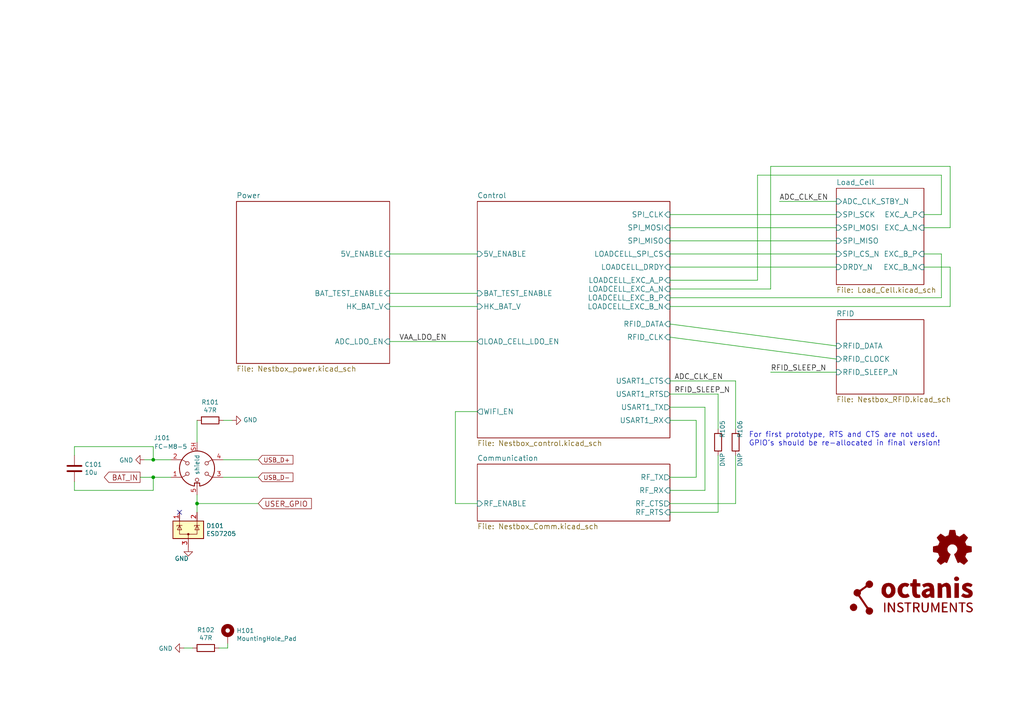
<source format=kicad_sch>
(kicad_sch (version 20211123) (generator eeschema)
  (paper "A4")
  (title_block (title "NB2-MAIN") (date "2022-12-22") (rev "3.3") (company "Octanis Instruments GmbH") (comment 2 "- reduced mechanical hole size of M8 connectors") (comment 3 "Change Log to Rev3.2:"))
  (lib_symbols
    (symbol "Device:R" (pin_numbers hide) (pin_names (offset 0))
      (property "Reference" "R" (at 2.032 0 90))
      (property "Value" "Device_R" (at 0 0 90))
      (symbol "R_0_1"
        (rectangle (start -1.016 -2.54) (end 1.016 2.54) (stroke (width 0.254)))
      )
      (symbol "R_1_1"
        (pin passive line (at 0 3.81 270) (length 1.27) (name "~") (number "1"))
        (pin passive line (at 0 -3.81 90) (length 1.27) (name "~") (number "2"))
      )
    )
    (symbol "Graphic:Logo_Open_Hardware_Small" (pin_names (offset 1.016))
      (symbol "Logo_Open_Hardware_Small_0_1"
        (polyline (pts (xy 3.3528 -4.3434) (xy 3.302 -4.318) (xy 3.175 -4.2418) (xy 2.9972 -4.1148) (xy 2.7686 -3.9624) (xy 2.54 -3.81) (xy 2.3622 -3.7084) (xy 2.2352 -3.6068) (xy 2.1844 -3.5814) (xy 2.159 -3.6068) (xy 2.0574 -3.6576) (xy 1.905 -3.7338) (xy 1.8034 -3.7846) (xy 1.6764 -3.8354) (xy 1.6002 -3.8354) (xy 1.6002 -3.8354) (xy 1.5494 -3.7338) (xy 1.4732 -3.5306) (xy 1.3462 -3.302) (xy 1.2446 -3.0226) (xy 1.1176 -2.7178) (xy 0.9652 -2.413) (xy 0.8636 -2.1082) (xy 0.7366 -1.8288) (xy 0.6604 -1.6256) (xy 0.6096 -1.4732) (xy 0.5842 -1.397) (xy 0.5842 -1.397) (xy 0.6604 -1.3208) (xy 0.7874 -1.2446) (xy 1.0414 -1.016) (xy 1.2954 -0.6858) (xy 1.4478 -0.3302) (xy 1.524 0.0762) (xy 1.4732 0.4572) (xy 1.3208 0.8128) (xy 1.0668 1.143) (xy 0.762 1.3716) (xy 0.4064 1.524) (xy 0 1.5748) (xy -0.381 1.5494) (xy -0.7366 1.397) (xy -1.0668 1.143) (xy -1.2192 0.9906) (xy -1.397 0.6604) (xy -1.524 0.3048) (xy -1.524 0.2286) (xy -1.4986 -0.1778) (xy -1.397 -0.5334) (xy -1.1938 -0.8636) (xy -0.9144 -1.143) (xy -0.8636 -1.1684) (xy -0.7366 -1.27) (xy -0.635 -1.3462) (xy -0.5842 -1.397) (xy -1.0668 -2.5908) (xy -1.143 -2.794) (xy -1.2954 -3.1242) (xy -1.397 -3.4036) (xy -1.4986 -3.6322) (xy -1.5748 -3.7846) (xy -1.6002 -3.8354) (xy -1.6002 -3.8354) (xy -1.651 -3.8354) (xy -1.7272 -3.81) (xy -1.905 -3.7338) (xy -2.0066 -3.683) (xy -2.1336 -3.6068) (xy -2.2098 -3.5814) (xy -2.2606 -3.6068) (xy -2.3622 -3.683) (xy -2.54 -3.81) (xy -2.7686 -3.9624) (xy -2.9718 -4.0894) (xy -3.1496 -4.2164) (xy -3.302 -4.318) (xy -3.3528 -4.3434) (xy -3.3782 -4.3434) (xy -3.429 -4.318) (xy -3.5306 -4.2164) (xy -3.7084 -4.064) (xy -3.937 -3.8354) (xy -3.9624 -3.81) (xy -4.1656 -3.6068) (xy -4.318 -3.4544) (xy -4.4196 -3.3274) (xy -4.445 -3.2766) (xy -4.445 -3.2766) (xy -4.4196 -3.2258) (xy -4.318 -3.0734) (xy -4.2164 -2.8956) (xy -4.064 -2.667) (xy -3.6576 -2.0828) (xy -3.8862 -1.5494) (xy -3.937 -1.3716) (xy -4.0386 -1.1684) (xy -4.0894 -1.0414) (xy -4.1148 -0.9652) (xy -4.191 -0.9398) (xy -4.318 -0.9144) (xy -4.5466 -0.8636) (xy -4.8006 -0.8128) (xy -5.0546 -0.7874) (xy -5.2578 -0.7366) (xy -5.4356 -0.7112) (xy -5.5118 -0.6858) (xy -5.5118 -0.6858) (xy -5.5372 -0.635) (xy -5.5372 -0.5588) (xy -5.5372 -0.4318) (xy -5.5626 -0.2286) (xy -5.5626 0.0762) (xy -5.5626 0.127) (xy -5.5372 0.4064) (xy -5.5372 0.635) (xy -5.5372 0.762) (xy -5.5372 0.8382) (xy -5.5372 0.8382) (xy -5.461 0.8382) (xy -5.3086 0.889) (xy -5.08 0.9144) (xy -4.826 0.9652) (xy -4.8006 0.9906) (xy -4.5466 1.0414) (xy -4.318 1.0668) (xy -4.1656 1.1176) (xy -4.0894 1.143) (xy -4.0894 1.143) (xy -4.0386 1.2446) (xy -3.9624 1.4224) (xy -3.8608 1.6256) (xy -3.7846 1.8288) (xy -3.7084 2.0066) (xy -3.6576 2.159) (xy -3.6322 2.2098) (xy -3.6322 2.2098) (xy -3.683 2.286) (xy -3.7592 2.413) (xy -3.8862 2.5908) (xy -4.064 2.8194) (xy -4.064 2.8448) (xy -4.2164 3.0734) (xy -4.3434 3.2512) (xy -4.4196 3.3782) (xy -4.445 3.4544) (xy -4.445 3.4544) (xy -4.3942 3.5052) (xy -4.2926 3.6322) (xy -4.1148 3.81) (xy -3.937 4.0132) (xy -3.8608 4.064) (xy -3.6576 4.2926) (xy -3.5052 4.4196) (xy -3.4036 4.4958) (xy -3.3528 4.5212) (xy -3.3528 4.5212) (xy -3.302 4.4704) (xy -3.1496 4.3688) (xy -2.9718 4.2418) (xy -2.7432 4.0894) (xy -2.7178 4.0894) (xy -2.4892 3.937) (xy -2.3114 3.81) (xy -2.1844 3.7084) (xy -2.1336 3.683) (xy -2.1082 3.683) (xy -2.032 3.7084) (xy -1.8542 3.7592) (xy -1.6764 3.8354) (xy -1.4732 3.937) (xy -1.27 4.0132) (xy -1.143 4.064) (xy -1.0668 4.1148) (xy -1.0668 4.1148) (xy -1.0414 4.191) (xy -1.016 4.3434) (xy -0.9652 4.572) (xy -0.9144 4.8514) (xy -0.889 4.9022) (xy -0.8382 5.1562) (xy -0.8128 5.3848) (xy -0.7874 5.5372) (xy -0.762 5.588) (xy -0.7112 5.6134) (xy -0.5842 5.6134) (xy -0.4064 5.6134) (xy -0.1524 5.6134) (xy 0.0762 5.6134) (xy 0.3302 5.6134) (xy 0.5334 5.6134) (xy 0.6858 5.588) (xy 0.7366 5.588) (xy 0.7366 5.588) (xy 0.762 5.5118) (xy 0.8128 5.334) (xy 0.8382 5.1054) (xy 0.9144 4.826) (xy 0.9144 4.7752) (xy 0.9652 4.5212) (xy 1.016 4.2926) (xy 1.0414 4.1402) (xy 1.0668 4.0894) (xy 1.0668 4.0894) (xy 1.1938 4.0386) (xy 1.3716 3.9624) (xy 1.5748 3.8608) (xy 2.0828 3.6576) (xy 2.7178 4.0894) (xy 2.7686 4.1402) (xy 2.9972 4.2926) (xy 3.175 4.4196) (xy 3.302 4.4958) (xy 3.3782 4.5212) (xy 3.3782 4.5212) (xy 3.429 4.4704) (xy 3.556 4.3434) (xy 3.7338 4.191) (xy 3.9116 3.9878) (xy 4.064 3.8354) (xy 4.2418 3.6576) (xy 4.3434 3.556) (xy 4.4196 3.4798) (xy 4.4196 3.429) (xy 4.4196 3.4036) (xy 4.3942 3.3274) (xy 4.2926 3.2004) (xy 4.1656 2.9972) (xy 4.0132 2.794) (xy 3.8862 2.5908) (xy 3.7592 2.3876) (xy 3.6576 2.2352) (xy 3.6322 2.159) (xy 3.6322 2.1336) (xy 3.683 2.0066) (xy 3.7592 1.8288) (xy 3.8608 1.6002) (xy 4.064 1.1176) (xy 4.3942 1.0414) (xy 4.5974 1.016) (xy 4.8768 0.9652) (xy 5.1308 0.9144) (xy 5.5372 0.8382) (xy 5.5626 -0.6604) (xy 5.4864 -0.6858) (xy 5.4356 -0.6858) (xy 5.2832 -0.7366) (xy 5.0546 -0.762) (xy 4.8006 -0.8128) (xy 4.5974 -0.8636) (xy 4.3688 -0.9144) (xy 4.2164 -0.9398) (xy 4.1402 -0.9398) (xy 4.1148 -0.9652) (xy 4.064 -1.0668) (xy 3.9878 -1.2446) (xy 3.9116 -1.4478) (xy 3.81 -1.651) (xy 3.7338 -1.8542) (xy 3.683 -2.0066) (xy 3.6576 -2.0828) (xy 3.683 -2.1336) (xy 3.7846 -2.2606) (xy 3.8862 -2.4638) (xy 4.0386 -2.667) (xy 4.191 -2.8956) (xy 4.318 -3.0734) (xy 4.3942 -3.2004) (xy 4.445 -3.2766) (xy 4.4196 -3.3274) (xy 4.3434 -3.429) (xy 4.1656 -3.5814) (xy 3.937 -3.8354) (xy 3.8862 -3.8608) (xy 3.683 -4.064) (xy 3.5306 -4.2164) (xy 3.4036 -4.318) (xy 3.3528 -4.3434)) (fill (type outline)))
      )
    )
    (symbol "Mechanical:MountingHole_Pad" (pin_numbers hide) (pin_names (offset 1.016) hide)
      (property "Reference" "H" (at 0 6.35 0))
      (property "Value" "Mechanical_MountingHole_Pad" (at 0 4.445 0))
      (symbol "MountingHole_Pad_0_1"
        (circle (center 0 1.27) (radius 1.27) (stroke (width 1.27)))
      )
      (symbol "MountingHole_Pad_1_1"
        (pin input line (at 0 -2.54 90) (length 2.54) (name "1") (number "1"))
      )
    )
    (symbol "Nestbox_v2-rescue:C-device" (pin_numbers hide) (pin_names (offset 0.254))
      (property "Reference" "C" (at 0.635 2.54 0))
      (property "Value" "C-device" (at 0.635 -2.54 0))
      (symbol "C-device_0_1"
        (polyline (pts (xy -2.032 -0.762) (xy 2.032 -0.762)) (stroke (width 0.508)))
        (polyline (pts (xy -2.032 0.762) (xy 2.032 0.762)) (stroke (width 0.508)))
      )
      (symbol "C-device_1_1"
        (pin passive line (at 0 3.81 270) (length 2.794) (name "~") (number "1"))
        (pin passive line (at 0 -3.81 90) (length 2.794) (name "~") (number "2"))
      )
    )
    (symbol "Octanis3:FC-M8-5" (pin_names (offset 1.016))
      (property "Reference" "J101" (at -10.16 8.89 0))
      (property "Value" "FC-M8-5" (at -7.62 6.35 0))
      (symbol "FC-M8-5_0_1"
        (arc (start -5.08 0) (mid -3.8597 -3.3379) (end -0.762 -5.08) (stroke (width 0.254)))
        (circle (center -2.794 -1.524) (radius 0.508))
        (circle (center -2.794 1.524) (radius 0.508))
        (circle (center 0 -3.302) (radius 0.508))
        (polyline (pts (xy 0 -5.08) (xy 0 -3.81)))
        (polyline (pts (xy -5.08 -2.54) (xy -4.318 -2.54) (xy -3.175 -1.905)))
        (polyline (pts (xy -5.08 2.54) (xy -4.318 2.54) (xy -3.175 1.905)))
        (polyline (pts (xy 5.08 -2.54) (xy 4.318 -2.54) (xy 3.175 -1.905)))
        (polyline (pts (xy 5.08 2.54) (xy 4.318 2.54) (xy 3.175 1.905)))
        (polyline (pts (xy -0.762 -4.953) (xy -0.762 -4.191) (xy 0.762 -4.191) (xy 0.762 -4.953)) (stroke (width 0.254)))
        (arc (start 0.762 -5.08) (mid 3.8673 -3.3444) (end 5.08 0) (stroke (width 0.254)))
        (circle (center 2.794 -1.524) (radius 0.508))
        (circle (center 2.794 1.524) (radius 0.508))
        (arc (start 5.08 0) (mid 0 5.08) (end -5.08 0) (stroke (width 0.254)))
      )
      (symbol "FC-M8-5_1_1"
        (pin passive line (at -7.62 -2.54 0) (length 2.54) (name "~") (number "1"))
        (pin passive line (at -7.62 2.54 0) (length 2.54) (name "~") (number "2"))
        (pin passive line (at 7.62 -2.54 180) (length 2.54) (name "~") (number "3"))
        (pin passive line (at 7.62 2.54 180) (length 2.54) (name "~") (number "4"))
        (pin passive line (at 0 -7.62 90) (length 2.54) (name "~") (number "5"))
        (pin passive line (at 0 7.62 270) (length 2.54) (name "shield") (number "SH"))
      )
    )
    (symbol "Power_Protection:SP0502BAHT" (pin_names hide)
      (property "Reference" "D" (at 5.715 2.54 0))
      (property "Value" "Power_Protection_SP0502BAHT" (at 5.715 0.635 0))
      (symbol "SP0502BAHT_0_0"
        (pin passive line (at 0 -5.08 90) (length 2.54) (name "A") (number "3"))
      )
      (symbol "SP0502BAHT_0_1"
        (rectangle (start -4.445 2.54) (end 4.445 -2.54) (stroke (width 0.254)) (fill (type background)))
        (circle (center 0 -1.27) (radius 0.254) (fill (type outline)))
        (polyline (pts (xy -2.54 2.54) (xy -2.54 1.27)))
        (polyline (pts (xy 0 -1.27) (xy 0 -2.54)))
        (polyline (pts (xy 2.54 2.54) (xy 2.54 1.27)))
        (polyline (pts (xy -3.302 1.016) (xy -3.302 1.27) (xy -1.905 1.27) (xy -1.778 1.27)))
        (polyline (pts (xy -2.54 1.27) (xy -2.54 -1.27) (xy 2.54 -1.27) (xy 2.54 1.27)))
        (polyline (pts (xy -2.54 1.27) (xy -1.905 0) (xy -3.175 0) (xy -2.54 1.27)))
        (polyline (pts (xy 1.778 1.016) (xy 1.778 1.27) (xy 3.175 1.27) (xy 3.302 1.27)))
        (polyline (pts (xy 2.54 1.27) (xy 1.905 0) (xy 3.175 0) (xy 2.54 1.27)))
      )
      (symbol "SP0502BAHT_1_1"
        (pin passive line (at -2.54 5.08 270) (length 2.54) (name "K") (number "1"))
        (pin passive line (at 2.54 5.08 270) (length 2.54) (name "K") (number "2"))
      )
    )
    (symbol "oi_logo:LOGO" (pin_names (offset 1.016))
      (symbol "LOGO_0_0"
        (polyline (pts (xy 13.9192 3.5306) (xy 12.7 3.5306) (xy 12.7 -0.635) (xy 13.9192 -0.635) (xy 13.9192 3.5306)) (stroke (width 0.0254)) (fill (type outline)))
        (polyline (pts (xy 13.589 4.2926) (xy 13.843 4.4704) (xy 13.9954 4.7498) (xy 13.97 5.0038) (xy 13.7922 5.2578) (xy 13.716 5.3086) (xy 13.4366 5.461) (xy 13.1318 5.461) (xy 12.8778 5.3594) (xy 12.6746 5.1308) (xy 12.5984 4.8514) (xy 12.6492 4.6228) (xy 12.7762 4.3942) (xy 12.9794 4.2672) (xy 13.2842 4.2164) (xy 13.589 4.2926)) (stroke (width 0.0254)) (fill (type outline)))
        (polyline (pts (xy -7.4676 -4.7752) (xy -7.4422 -4.6228) (xy -7.4168 -4.3688) (xy -7.4168 -2.5908) (xy -7.4422 -2.3114) (xy -7.4676 -2.1336) (xy -7.493 -2.0574) (xy -7.5438 -2.032) (xy -7.5946 -2.0574) (xy -7.62 -2.1082) (xy -7.6454 -2.2606) (xy -7.6708 -2.5146) (xy -7.6708 -4.2926) (xy -7.6454 -4.572) (xy -7.62 -4.7498) (xy -7.5946 -4.826) (xy -7.5438 -4.8514) (xy -7.493 -4.8514) (xy -7.4676 -4.7752)) (stroke (width 0.0254)) (fill (type outline)))
        (polyline (pts (xy -16.1798 -4.3942) (xy -15.9258 -4.2418) (xy -15.748 -4.0386) (xy -15.5956 -3.6576) (xy -15.5702 -3.2766) (xy -15.6972 -2.921) (xy -15.9512 -2.6162) (xy -16.3322 -2.4384) (xy -16.4338 -2.413) (xy -16.7894 -2.4384) (xy -17.1196 -2.5908) (xy -17.4244 -2.8448) (xy -17.6022 -3.175) (xy -17.6276 -3.4036) (xy -17.5768 -3.7846) (xy -17.3482 -4.1148) (xy -16.9926 -4.3942) (xy -16.8148 -4.4704) (xy -16.51 -4.4704) (xy -16.1798 -4.3942)) (stroke (width 0.0254)) (fill (type outline)))
        (polyline (pts (xy 10.6172 -4.826) (xy 10.7188 -4.7752) (xy 10.7442 -4.7244) (xy 10.7442 -4.6736) (xy 10.6426 -4.6228) (xy 10.4394 -4.5974) (xy 9.4234 -4.5974) (xy 9.4234 -3.5306) (xy 10.3124 -3.5306) (xy 10.4394 -3.4798) (xy 10.4902 -3.4036) (xy 10.4902 -3.3782) (xy 10.4394 -3.302) (xy 10.2616 -3.2766) (xy 9.4234 -3.2766) (xy 9.4234 -2.286) (xy 10.4902 -2.286) (xy 10.6426 -2.2352) (xy 10.668 -2.159) (xy 10.6172 -2.0828) (xy 10.4902 -2.0574) (xy 10.2616 -2.032) (xy 9.0678 -2.032) (xy 9.0678 -4.8514) (xy 10.3886 -4.8514) (xy 10.6172 -4.826)) (stroke (width 0.0254)) (fill (type outline)))
        (polyline (pts (xy 15.0368 -4.7752) (xy 15.0622 -4.6482) (xy 15.0622 -4.4196) (xy 15.0876 -4.064) (xy 15.0876 -2.286) (xy 15.6464 -2.286) (xy 15.8242 -2.2606) (xy 15.875 -2.159) (xy 15.8496 -2.1082) (xy 15.7734 -2.0828) (xy 15.5956 -2.0574) (xy 15.2908 -2.032) (xy 14.5034 -2.032) (xy 14.1732 -2.0574) (xy 13.97 -2.0574) (xy 13.8684 -2.1082) (xy 13.843 -2.159) (xy 13.8684 -2.2352) (xy 13.9954 -2.286) (xy 14.732 -2.286) (xy 14.732 -4.4958) (xy 14.7574 -4.699) (xy 14.7828 -4.8006) (xy 14.8336 -4.8514) (xy 14.986 -4.8514) (xy 15.0368 -4.7752)) (stroke (width 0.0254)) (fill (type outline)))
        (polyline (pts (xy -0.7874 -4.8006) (xy -0.7366 -4.6736) (xy -0.7112 -4.4704) (xy -0.7112 -4.1148) (xy -0.6858 -3.6068) (xy -0.6604 -2.3368) (xy -0.254 -2.3114) (xy -0.1016 -2.3114) (xy 0.1016 -2.2606) (xy 0.1778 -2.159) (xy 0.1524 -2.1336) (xy 0.0762 -2.0828) (xy -0.1016 -2.0574) (xy -0.4064 -2.032) (xy -1.1938 -2.032) (xy -1.524 -2.0574) (xy -1.7272 -2.0574) (xy -1.8288 -2.1082) (xy -1.8542 -2.159) (xy -1.8288 -2.2352) (xy -1.7018 -2.286) (xy -0.9652 -2.286) (xy -0.9652 -4.5466) (xy -0.9398 -4.7244) (xy -0.889 -4.826) (xy -0.8382 -4.8514) (xy -0.7874 -4.8006)) (stroke (width 0.0254)) (fill (type outline)))
        (polyline (pts (xy 9.0678 2.286) (xy 9.3726 2.4638) (xy 9.6012 2.5908) (xy 9.906 2.6416) (xy 10.1854 2.5146) (xy 10.2108 2.4892) (xy 10.2616 2.413) (xy 10.3124 2.3114) (xy 10.3378 2.1336) (xy 10.3632 1.8542) (xy 10.3632 1.4478) (xy 10.3886 0.889) (xy 10.414 -0.635) (xy 11.6586 -0.635) (xy 11.6332 0.9906) (xy 11.6332 1.0922) (xy 11.6078 1.651) (xy 11.5824 2.0828) (xy 11.557 2.3876) (xy 11.5316 2.6162) (xy 11.4808 2.794) (xy 11.4046 2.9464) (xy 11.1506 3.3274) (xy 10.795 3.556) (xy 10.3886 3.6576) (xy 9.906 3.5814) (xy 9.4234 3.3528) (xy 9.2202 3.2258) (xy 9.0424 3.1242) (xy 8.9408 3.0734) (xy 8.8646 3.302) (xy 8.8392 3.4036) (xy 8.763 3.4798) (xy 8.6106 3.5052) (xy 8.3312 3.5306) (xy 7.8486 3.5306) (xy 7.8486 -0.635) (xy 9.0678 -0.635) (xy 9.0678 2.286)) (stroke (width 0.0254)) (fill (type outline)))
        (polyline (pts (xy -1.143 -0.6096) (xy -0.7112 -0.4318) (xy -0.3556 -0.2286) (xy -0.5588 0.0762) (xy -0.5842 0.1524) (xy -0.7366 0.381) (xy -0.8382 0.4826) (xy -0.9652 0.4826) (xy -1.143 0.4064) (xy -1.4732 0.2794) (xy -1.8288 0.3048) (xy -2.159 0.4572) (xy -2.3876 0.7366) (xy -2.5146 1.1176) (xy -2.54 1.6002) (xy -2.4384 2.0066) (xy -2.2606 2.3622) (xy -1.9812 2.5908) (xy -1.651 2.667) (xy -1.2954 2.6162) (xy -0.9906 2.4638) (xy -0.7112 2.8448) (xy -0.4318 3.2004) (xy -0.635 3.3528) (xy -0.8636 3.4798) (xy -1.2954 3.6068) (xy -1.778 3.6322) (xy -2.286 3.556) (xy -2.7178 3.4036) (xy -2.8194 3.3274) (xy -3.048 3.1496) (xy -3.2766 2.921) (xy -3.4798 2.667) (xy -3.7084 2.159) (xy -3.7846 1.6002) (xy -3.7592 1.0668) (xy -3.6068 0.5334) (xy -3.3528 0.0508) (xy -2.9718 -0.3302) (xy -2.5146 -0.5842) (xy -2.1336 -0.6604) (xy -1.6256 -0.6858) (xy -1.143 -0.6096)) (stroke (width 0.0254)) (fill (type outline)))
        (polyline (pts (xy 2.5654 -0.635) (xy 2.667 -0.5842) (xy 2.7432 -0.4826) (xy 2.7432 -0.2794) (xy 2.6924 0.0508) (xy 2.6416 0.1778) (xy 2.5146 0.254) (xy 2.286 0.254) (xy 2.0828 0.2794) (xy 1.905 0.3556) (xy 1.778 0.4826) (xy 1.7272 0.7366) (xy 1.6764 1.1176) (xy 1.6764 2.6416) (xy 2.7178 2.6416) (xy 2.7178 3.5052) (xy 2.2352 3.5306) (xy 1.7272 3.556) (xy 1.7018 4.1148) (xy 1.651 4.6736) (xy 0.7112 4.6736) (xy 0.6604 4.3434) (xy 0.6096 4.1402) (xy 0.5588 3.8354) (xy 0.508 3.6322) (xy 0.4572 3.556) (xy 0.3556 3.5306) (xy -0.1016 3.5306) (xy -0.1016 2.8702) (xy -0.0508 2.7178) (xy 0.0254 2.6416) (xy 0.4318 2.6416) (xy 0.4318 1.7526) (xy 0.4572 1.0668) (xy 0.508 0.5588) (xy 0.6096 0.1524) (xy 0.762 -0.1524) (xy 0.9652 -0.381) (xy 1.2446 -0.5588) (xy 1.3208 -0.6096) (xy 1.7018 -0.6858) (xy 2.159 -0.6858) (xy 2.5654 -0.635)) (stroke (width 0.0254)) (fill (type outline)))
        (polyline (pts (xy 13.2334 -4.826) (xy 13.2588 -4.7498) (xy 13.2842 -4.5974) (xy 13.3096 -4.3434) (xy 13.3096 -2.6162) (xy 13.2842 -2.3368) (xy 13.2588 -2.159) (xy 13.2334 -2.0574) (xy 13.1826 -2.032) (xy 13.1318 -2.0574) (xy 13.081 -2.1844) (xy 13.0556 -2.3876) (xy 13.0302 -2.7178) (xy 13.0302 -3.2004) (xy 13.0048 -4.3688) (xy 12.3444 -3.2004) (xy 12.2428 -3.0226) (xy 11.9888 -2.5654) (xy 11.7856 -2.2606) (xy 11.6332 -2.0828) (xy 11.5316 -2.032) (xy 11.5062 -2.032) (xy 11.4554 -2.0574) (xy 11.4046 -2.1336) (xy 11.4046 -2.286) (xy 11.3792 -2.54) (xy 11.3792 -4.2926) (xy 11.4046 -4.572) (xy 11.43 -4.7498) (xy 11.4554 -4.826) (xy 11.5062 -4.8514) (xy 11.557 -4.826) (xy 11.6078 -4.699) (xy 11.6332 -4.4958) (xy 11.6332 -2.5146) (xy 12.319 -3.683) (xy 12.446 -3.937) (xy 12.7254 -4.3688) (xy 12.9032 -4.6482) (xy 13.0556 -4.8006) (xy 13.1572 -4.8514) (xy 13.1826 -4.8514) (xy 13.2334 -4.826)) (stroke (width 0.0254)) (fill (type outline)))
        (polyline (pts (xy 4.5974 -4.8006) (xy 4.826 -4.6482) (xy 5.0038 -4.3942) (xy 5.1054 -4.0386) (xy 5.1816 -3.5052) (xy 5.207 -2.8448) (xy 5.207 -2.54) (xy 5.1816 -2.2606) (xy 5.1562 -2.1082) (xy 5.1054 -2.0574) (xy 5.0292 -2.032) (xy 4.9784 -2.032) (xy 4.9276 -2.0828) (xy 4.8768 -2.1844) (xy 4.8514 -2.3622) (xy 4.8514 -2.667) (xy 4.826 -3.1242) (xy 4.826 -3.6068) (xy 4.8006 -3.937) (xy 4.7498 -4.1656) (xy 4.699 -4.2926) (xy 4.5466 -4.4958) (xy 4.2672 -4.5974) (xy 3.9624 -4.572) (xy 3.7084 -4.4196) (xy 3.6576 -4.3942) (xy 3.6068 -4.2926) (xy 3.556 -4.1402) (xy 3.5306 -3.937) (xy 3.5306 -2.7686) (xy 3.5052 -2.413) (xy 3.5052 -2.2098) (xy 3.4798 -2.0828) (xy 3.429 -2.032) (xy 3.302 -2.032) (xy 3.2512 -2.0574) (xy 3.2004 -2.159) (xy 3.175 -2.3114) (xy 3.175 -3.4544) (xy 3.2258 -3.9624) (xy 3.302 -4.3434) (xy 3.4036 -4.5974) (xy 3.5814 -4.7498) (xy 3.6322 -4.7752) (xy 3.8608 -4.826) (xy 4.1656 -4.8514) (xy 4.2672 -4.8514) (xy 4.5974 -4.8006)) (stroke (width 0.0254)) (fill (type outline)))
        (polyline (pts (xy -2.7432 -4.826) (xy -2.413 -4.699) (xy -2.1844 -4.4704) (xy -2.1082 -4.1148) (xy -2.1336 -4.064) (xy -2.159 -3.8354) (xy -2.286 -3.6322) (xy -2.54 -3.429) (xy -2.921 -3.2258) (xy -3.0226 -3.175) (xy -3.302 -3.0226) (xy -3.4544 -2.8956) (xy -3.5306 -2.7432) (xy -3.5052 -2.5908) (xy -3.3528 -2.413) (xy -3.1242 -2.3114) (xy -2.8448 -2.3114) (xy -2.54 -2.3876) (xy -2.413 -2.4384) (xy -2.286 -2.413) (xy -2.2606 -2.3114) (xy -2.3876 -2.1844) (xy -2.413 -2.1844) (xy -2.6924 -2.0574) (xy -3.0226 -2.032) (xy -3.3528 -2.0828) (xy -3.6068 -2.2098) (xy -3.7846 -2.413) (xy -3.8608 -2.7178) (xy -3.7846 -2.9972) (xy -3.5306 -3.2766) (xy -3.0988 -3.5306) (xy -2.5908 -3.8354) (xy -2.4892 -3.9624) (xy -2.413 -4.1402) (xy -2.4892 -4.3434) (xy -2.6416 -4.4958) (xy -2.8956 -4.572) (xy -3.2258 -4.572) (xy -3.5306 -4.445) (xy -3.6576 -4.3942) (xy -3.8608 -4.3688) (xy -3.9624 -4.4196) (xy -3.9116 -4.5466) (xy -3.7338 -4.699) (xy -3.7084 -4.7244) (xy -3.4036 -4.826) (xy -3.0226 -4.8514) (xy -2.7432 -4.826)) (stroke (width 0.0254)) (fill (type outline)))
        (polyline (pts (xy 17.3228 -4.826) (xy 17.526 -4.7752) (xy 17.7292 -4.5974) (xy 17.8816 -4.3942) (xy 17.9832 -4.0894) (xy 17.907 -3.81) (xy 17.653 -3.5306) (xy 17.2212 -3.2766) (xy 16.8402 -3.0734) (xy 16.6116 -2.8702) (xy 16.5608 -2.6924) (xy 16.637 -2.4892) (xy 16.8402 -2.3368) (xy 17.145 -2.3114) (xy 17.6784 -2.4638) (xy 17.8308 -2.413) (xy 17.8562 -2.3368) (xy 17.7546 -2.2352) (xy 17.5514 -2.1336) (xy 17.2974 -2.0574) (xy 17.018 -2.032) (xy 16.9926 -2.032) (xy 16.6624 -2.1082) (xy 16.4084 -2.286) (xy 16.256 -2.54) (xy 16.2306 -2.8448) (xy 16.3322 -3.1242) (xy 16.4846 -3.2512) (xy 16.7386 -3.4036) (xy 17.018 -3.5814) (xy 17.2212 -3.6576) (xy 17.4498 -3.81) (xy 17.5768 -3.937) (xy 17.6276 -4.064) (xy 17.6022 -4.2418) (xy 17.5006 -4.445) (xy 17.3482 -4.5466) (xy 17.0434 -4.5974) (xy 16.7386 -4.5466) (xy 16.4592 -4.4196) (xy 16.2814 -4.318) (xy 16.1798 -4.2926) (xy 16.129 -4.3942) (xy 16.1798 -4.572) (xy 16.383 -4.7244) (xy 16.4592 -4.7498) (xy 16.7386 -4.826) (xy 17.0434 -4.8514) (xy 17.3228 -4.826)) (stroke (width 0.0254)) (fill (type outline)))
        (polyline (pts (xy -6.2992 -4.8006) (xy -6.2738 -4.6736) (xy -6.2738 -2.6162) (xy -6.2484 -2.5654) (xy -6.223 -2.5908) (xy -6.1468 -2.7432) (xy -5.9944 -3.0226) (xy -5.7912 -3.3528) (xy -5.5626 -3.7592) (xy -5.5118 -3.8862) (xy -5.2324 -4.318) (xy -5.0292 -4.5974) (xy -4.9022 -4.7752) (xy -4.7752 -4.8514) (xy -4.7244 -4.8514) (xy -4.6736 -4.826) (xy -4.6228 -4.7498) (xy -4.5974 -4.5974) (xy -4.5974 -2.3368) (xy -4.6228 -2.159) (xy -4.6482 -2.0828) (xy -4.699 -2.032) (xy -4.8006 -2.032) (xy -4.8768 -2.0574) (xy -4.9022 -2.0828) (xy -4.9276 -2.2098) (xy -4.953 -2.413) (xy -4.953 -2.7432) (xy -4.9276 -3.2258) (xy -4.8768 -4.4196) (xy -5.5626 -3.2258) (xy -5.6642 -3.0226) (xy -5.8928 -2.6162) (xy -6.096 -2.3368) (xy -6.223 -2.159) (xy -6.3246 -2.0574) (xy -6.4262 -2.032) (xy -6.477 -2.032) (xy -6.5532 -2.0574) (xy -6.5786 -2.1336) (xy -6.604 -2.286) (xy -6.604 -2.54) (xy -6.6294 -2.921) (xy -6.6294 -3.8608) (xy -6.604 -4.2672) (xy -6.604 -4.5466) (xy -6.5786 -4.7244) (xy -6.5532 -4.8006) (xy -6.5024 -4.8514) (xy -6.35 -4.8514) (xy -6.2992 -4.8006)) (stroke (width 0.0254)) (fill (type outline)))
        (polyline (pts (xy -6.0706 -0.6604) (xy -5.5372 -0.4572) (xy -5.08 -0.127) (xy -4.7498 0.3302) (xy -4.6482 0.5334) (xy -4.5466 0.7874) (xy -4.4958 1.0668) (xy -4.4704 1.4478) (xy -4.4704 1.524) (xy -4.5466 2.159) (xy -4.7752 2.6924) (xy -5.1054 3.1242) (xy -5.6134 3.4544) (xy -5.8674 3.556) (xy -6.3754 3.6322) (xy -6.9088 3.5814) (xy -7.4168 3.429) (xy -7.8486 3.1496) (xy -8.0772 2.8448) (xy -8.3058 2.3622) (xy -8.4328 1.8288) (xy -8.4328 1.4224) (xy -7.239 1.4224) (xy -7.239 1.5748) (xy -7.1628 2.0574) (xy -7.0358 2.3876) (xy -6.7818 2.5908) (xy -6.7564 2.6162) (xy -6.4262 2.6924) (xy -6.1214 2.6162) (xy -5.8928 2.3622) (xy -5.7404 1.9558) (xy -5.6896 1.7272) (xy -5.6896 1.2446) (xy -5.7912 0.8382) (xy -6.0198 0.508) (xy -6.0198 0.4826) (xy -6.2992 0.3048) (xy -6.5786 0.254) (xy -6.8326 0.381) (xy -7.0358 0.6096) (xy -7.1882 0.9652) (xy -7.239 1.4224) (xy -8.4328 1.4224) (xy -8.4582 1.2446) (xy -8.382 0.6604) (xy -8.3566 0.5842) (xy -8.1534 0.254) (xy -7.874 -0.1016) (xy -7.5438 -0.381) (xy -7.1882 -0.5842) (xy -7.1628 -0.5842) (xy -6.604 -0.7112) (xy -6.0706 -0.6604)) (stroke (width 0.0254)) (fill (type outline)))
        (polyline (pts (xy 0.9906 -4.826) (xy 1.016 -4.7498) (xy 1.0414 -4.572) (xy 1.0668 -4.2418) (xy 1.0668 -3.6322) (xy 1.4732 -3.6322) (xy 1.6002 -3.7338) (xy 1.7272 -3.9116) (xy 1.905 -4.191) (xy 1.9304 -4.2418) (xy 2.0828 -4.5212) (xy 2.2352 -4.7244) (xy 2.3368 -4.826) (xy 2.3622 -4.826) (xy 2.4892 -4.8514) (xy 2.54 -4.7752) (xy 2.4638 -4.572) (xy 2.286 -4.2418) (xy 2.2606 -4.191) (xy 2.0828 -3.9116) (xy 2.032 -3.7338) (xy 2.032 -3.6322) (xy 2.0828 -3.5814) (xy 2.3114 -3.4036) (xy 2.4892 -3.1496) (xy 2.54 -2.8448) (xy 2.5146 -2.6162) (xy 2.413 -2.3368) (xy 2.159 -2.159) (xy 1.8034 -2.0574) (xy 1.27 -2.032) (xy 0.7112 -2.032) (xy 0.7112 -3.3528) (xy 1.0668 -3.3528) (xy 1.0668 -2.286) (xy 1.4478 -2.286) (xy 1.7272 -2.3368) (xy 1.9812 -2.3876) (xy 2.1082 -2.4384) (xy 2.1844 -2.5908) (xy 2.2098 -2.8194) (xy 2.2098 -2.8956) (xy 2.159 -3.1242) (xy 2.032 -3.2766) (xy 1.9812 -3.2766) (xy 1.7526 -3.3274) (xy 1.4478 -3.3528) (xy 1.0668 -3.3528) (xy 0.7112 -3.3528) (xy 0.7112 -4.5212) (xy 0.7366 -4.699) (xy 0.762 -4.8006) (xy 0.8128 -4.8514) (xy 0.889 -4.8514) (xy 0.9906 -4.826)) (stroke (width 0.0254)) (fill (type outline)))
        (polyline (pts (xy 6.223 -4.8006) (xy 6.2484 -4.699) (xy 6.2484 -2.6416) (xy 6.2738 -2.6162) (xy 6.3246 -2.7178) (xy 6.4008 -2.9464) (xy 6.5278 -3.2766) (xy 6.6802 -3.6576) (xy 6.7818 -3.937) (xy 6.9342 -4.2418) (xy 7.0358 -4.4704) (xy 7.112 -4.572) (xy 7.1628 -4.4958) (xy 7.2898 -4.2926) (xy 7.4168 -3.9624) (xy 7.5946 -3.5306) (xy 7.5946 -3.4798) (xy 7.747 -3.0734) (xy 7.8486 -2.7686) (xy 7.9502 -2.54) (xy 7.9756 -2.4638) (xy 7.9756 -3.2258) (xy 7.9502 -3.6576) (xy 7.9502 -3.81) (xy 7.9248 -4.2418) (xy 7.9248 -4.5466) (xy 7.9502 -4.7244) (xy 7.9756 -4.8006) (xy 8.0264 -4.8514) (xy 8.1534 -4.8514) (xy 8.2042 -4.826) (xy 8.255 -4.7498) (xy 8.2804 -4.5974) (xy 8.2804 -2.032) (xy 8.0264 -2.032) (xy 7.9502 -2.0828) (xy 7.874 -2.1844) (xy 7.7724 -2.3622) (xy 7.6454 -2.667) (xy 7.493 -3.0988) (xy 7.112 -4.1656) (xy 6.731 -3.1242) (xy 6.604 -2.7178) (xy 6.477 -2.413) (xy 6.3754 -2.2098) (xy 6.2738 -2.0828) (xy 6.1722 -2.0574) (xy 6.1214 -2.032) (xy 6.0706 -2.0574) (xy 6.0198 -2.1336) (xy 6.0198 -2.286) (xy 5.9944 -2.54) (xy 5.9944 -4.3688) (xy 6.0198 -4.6228) (xy 6.0452 -4.7752) (xy 6.0706 -4.826) (xy 6.1214 -4.8514) (xy 6.1722 -4.8514) (xy 6.223 -4.8006)) (stroke (width 0.0254)) (fill (type outline)))
        (polyline (pts (xy 16.5608 -0.6604) (xy 16.9672 -0.6096) (xy 17.2974 -0.4826) (xy 17.653 -0.2032) (xy 17.8816 0.1524) (xy 17.9324 0.6096) (xy 17.9324 0.635) (xy 17.8816 1.016) (xy 17.7292 1.2954) (xy 17.4498 1.5494) (xy 17.0434 1.778) (xy 16.891 1.8288) (xy 16.129 2.2098) (xy 16.0782 2.286) (xy 16.0528 2.3622) (xy 16.0528 2.4638) (xy 16.0782 2.4638) (xy 16.1036 2.6162) (xy 16.2306 2.6924) (xy 16.4592 2.7178) (xy 16.7894 2.6924) (xy 17.1196 2.5908) (xy 17.1704 2.5654) (xy 17.3482 2.4892) (xy 17.4498 2.5146) (xy 17.5514 2.6416) (xy 17.6276 2.7178) (xy 17.78 2.9464) (xy 17.8308 3.0988) (xy 17.78 3.2258) (xy 17.6022 3.3274) (xy 17.1704 3.5306) (xy 16.6116 3.6576) (xy 16.0274 3.6068) (xy 15.5194 3.4036) (xy 15.1892 3.175) (xy 14.9606 2.794) (xy 14.9098 2.3368) (xy 14.9352 2.0828) (xy 15.0368 1.8288) (xy 15.24 1.5748) (xy 15.5702 1.3462) (xy 16.0528 1.0922) (xy 16.3322 0.9652) (xy 16.6624 0.762) (xy 16.8148 0.5842) (xy 16.8402 0.4318) (xy 16.7132 0.2794) (xy 16.6624 0.2794) (xy 16.383 0.1778) (xy 16.002 0.2286) (xy 15.5956 0.381) (xy 15.1892 0.5842) (xy 14.9098 0.2286) (xy 14.6558 -0.1524) (xy 14.9352 -0.3048) (xy 14.9606 -0.3302) (xy 15.24 -0.4826) (xy 15.5448 -0.5842) (xy 15.6718 -0.635) (xy 16.1036 -0.6858) (xy 16.5608 -0.6604)) (stroke (width 0.0254)) (fill (type outline)))
        (polyline (pts (xy 4.8006 -0.635) (xy 5.1054 -0.5334) (xy 5.3594 -0.4064) (xy 5.5118 -0.2794) (xy 5.588 -0.2032) (xy 5.6896 -0.2032) (xy 5.7404 -0.381) (xy 5.7658 -0.4572) (xy 5.842 -0.5334) (xy 5.9944 -0.5842) (xy 6.2738 -0.6096) (xy 6.7818 -0.635) (xy 6.7818 1.4986) (xy 6.731 2.0574) (xy 6.6548 2.5146) (xy 6.5786 2.8448) (xy 6.4262 3.0734) (xy 6.35 3.2004) (xy 5.9944 3.4544) (xy 5.5372 3.6068) (xy 5.0038 3.6322) (xy 4.445 3.5814) (xy 3.8862 3.3782) (xy 3.6068 3.2512) (xy 3.429 3.1496) (xy 3.3528 3.0988) (xy 3.3528 3.0734) (xy 3.4544 2.921) (xy 3.556 2.7178) (xy 3.683 2.5146) (xy 3.7592 2.3876) (xy 3.81 2.3876) (xy 3.9624 2.4384) (xy 4.2164 2.54) (xy 4.4958 2.6416) (xy 4.826 2.7178) (xy 5.1054 2.667) (xy 5.334 2.5146) (xy 5.4356 2.3876) (xy 5.5372 2.2098) (xy 5.5118 2.0574) (xy 5.3086 2.032) (xy 5.207 2.032) (xy 4.826 1.9558) (xy 4.3942 1.8542) (xy 4.0132 1.6764) (xy 3.7084 1.524) (xy 3.5052 1.3462) (xy 3.2766 0.9652) (xy 3.2004 0.5588) (xy 3.2004 0.508) (xy 4.3688 0.508) (xy 4.3688 0.762) (xy 4.5466 0.9906) (xy 4.8514 1.1684) (xy 5.0038 1.2446) (xy 5.2832 1.3208) (xy 5.461 1.2954) (xy 5.5372 1.1684) (xy 5.5626 0.9398) (xy 5.5372 0.7112) (xy 5.4864 0.5334) (xy 5.334 0.4064) (xy 5.1054 0.3048) (xy 4.826 0.254) (xy 4.572 0.3048) (xy 4.4196 0.4318) (xy 4.3688 0.508) (xy 3.2004 0.508) (xy 3.2512 0.1524) (xy 3.4544 -0.2286) (xy 3.81 -0.5334) (xy 3.8354 -0.5334) (xy 4.1148 -0.6604) (xy 4.3942 -0.7112) (xy 4.4958 -0.7112) (xy 4.8006 -0.635)) (stroke (width 0.0254)) (fill (type outline)))
        (polyline (pts (xy -11.6586 -5.4864) (xy -11.3538 -5.3086) (xy -11.1252 -5.0292) (xy -10.9728 -4.6736) (xy -10.9728 -4.2926) (xy -11.0236 -4.1402) (xy -11.2268 -3.8354) (xy -11.5316 -3.6068) (xy -11.8618 -3.4798) (xy -12.192 -3.4798) (xy -12.2682 -3.4544) (xy -12.3444 -3.4036) (xy -12.4714 -3.2766) (xy -12.6492 -3.048) (xy -12.8778 -2.7432) (xy -13.1826 -2.286) (xy -13.5636 -1.7272) (xy -14.7574 0.0508) (xy -14.605 0.3556) (xy -14.5034 0.6096) (xy -14.5034 1.016) (xy -14.478 1.1176) (xy -14.4018 1.2192) (xy -14.2494 1.3716) (xy -13.9954 1.5494) (xy -13.6144 1.8288) (xy -12.7 2.4638) (xy -12.4206 2.3114) (xy -12.3952 2.3114) (xy -12.0396 2.2098) (xy -11.684 2.286) (xy -11.3538 2.4638) (xy -11.1252 2.7178) (xy -10.9728 3.0734) (xy -10.9728 3.4798) (xy -10.9982 3.556) (xy -11.1506 3.8354) (xy -11.43 4.1148) (xy -11.7348 4.2672) (xy -11.9888 4.318) (xy -12.3444 4.2418) (xy -12.6492 4.0386) (xy -12.9032 3.7592) (xy -13.0302 3.429) (xy -13.0302 2.9464) (xy -13.1064 2.8448) (xy -13.2588 2.6924) (xy -13.5128 2.4892) (xy -13.9192 2.2098) (xy -14.8336 1.5748) (xy -15.113 1.7272) (xy -15.1384 1.7272) (xy -15.494 1.8288) (xy -15.8496 1.778) (xy -16.1544 1.6002) (xy -16.4084 1.3208) (xy -16.5354 0.9652) (xy -16.5354 0.5842) (xy -16.51 0.4064) (xy -16.3068 0.127) (xy -16.002 -0.1016) (xy -15.6718 -0.254) (xy -15.3416 -0.254) (xy -15.3416 -0.2286) (xy -15.2654 -0.254) (xy -15.1638 -0.3048) (xy -15.0368 -0.4572) (xy -14.8844 -0.6604) (xy -14.6558 -0.9906) (xy -14.351 -1.4224) (xy -13.97 -1.9812) (xy -12.7762 -3.7846) (xy -12.9286 -4.064) (xy -12.954 -4.1148) (xy -13.0302 -4.4704) (xy -13.0048 -4.8006) (xy -12.8524 -5.1054) (xy -12.7 -5.2578) (xy -12.4714 -5.4102) (xy -12.3698 -5.461) (xy -12.0142 -5.5372) (xy -11.6586 -5.4864)) (stroke (width 0.0254)) (fill (type outline)))
      )
    )
    (symbol "power:GND" (power) (pin_names (offset 0))
      (property "Value" "power_GND" (at 0 -3.81 0))
      (symbol "GND_0_1"
        (polyline (pts (xy 0 0) (xy 0 -1.27) (xy 1.27 -1.27) (xy 0 -2.54) (xy -1.27 -1.27) (xy 0 -1.27)))
      )
      (symbol "GND_1_1"
        (pin power_in line (at 0 0 270) (length 0) hide (name "GND") (number "1"))
      )
    )
  )
  (junction (at 57.15 146.05))
  (junction (at 44.45 138.43))
  (junction (at 44.45 133.35))
  (no_connect (at 52.07 148.59))
  (wire (pts (xy 275.59 88.9) (xy 275.59 77.47)))
  (wire (pts (xy 213.36 146.05) (xy 213.36 132.08)))
  (wire (pts (xy 194.31 93.98) (xy 242.57 100.33)))
  (wire (pts (xy 44.45 129.54) (xy 21.59 129.54)))
  (wire (pts (xy 208.28 132.08) (xy 208.28 148.59)))
  (wire (pts (xy 273.05 73.66) (xy 267.97 73.66)))
  (wire (pts (xy 138.43 85.09) (xy 113.03 85.09)))
  (wire (pts (xy 223.52 107.95) (xy 242.57 107.95)))
  (wire (pts (xy 74.93 146.05) (xy 57.15 146.05)))
  (wire (pts (xy 66.04 187.96) (xy 66.04 186.69)))
  (wire (pts (xy 132.08 146.05) (xy 138.43 146.05)))
  (wire (pts (xy 194.31 118.11) (xy 204.47 118.11)))
  (wire (pts (xy 113.03 99.06) (xy 138.43 99.06)))
  (wire (pts (xy 194.31 146.05) (xy 213.36 146.05)))
  (wire (pts (xy 132.08 119.38) (xy 132.08 146.05)))
  (wire (pts (xy 223.52 48.26) (xy 275.59 48.26)))
  (wire (pts (xy 194.31 86.36) (xy 273.05 86.36)))
  (wire (pts (xy 41.91 133.35) (xy 44.45 133.35)))
  (wire (pts (xy 44.45 133.35) (xy 44.45 129.54)))
  (wire (pts (xy 242.57 77.47) (xy 194.31 77.47)))
  (wire (pts (xy 55.88 187.96) (xy 53.34 187.96)))
  (wire (pts (xy 21.59 139.7) (xy 21.59 142.24)))
  (wire (pts (xy 44.45 142.24) (xy 44.45 138.43)))
  (wire (pts (xy 138.43 73.66) (xy 113.03 73.66)))
  (wire (pts (xy 201.93 138.43) (xy 194.31 138.43)))
  (wire (pts (xy 44.45 133.35) (xy 49.53 133.35)))
  (wire (pts (xy 242.57 69.85) (xy 194.31 69.85)))
  (wire (pts (xy 57.15 121.92) (xy 57.15 128.27)))
  (wire (pts (xy 219.71 50.8) (xy 273.05 50.8)))
  (wire (pts (xy 63.5 187.96) (xy 66.04 187.96)))
  (wire (pts (xy 40.64 138.43) (xy 44.45 138.43)))
  (wire (pts (xy 275.59 66.04) (xy 267.97 66.04)))
  (wire (pts (xy 242.57 73.66) (xy 194.31 73.66)))
  (wire (pts (xy 194.31 97.79) (xy 242.57 104.14)))
  (wire (pts (xy 219.71 81.28) (xy 219.71 50.8)))
  (wire (pts (xy 44.45 138.43) (xy 49.53 138.43)))
  (wire (pts (xy 138.43 119.38) (xy 132.08 119.38)))
  (wire (pts (xy 223.52 83.82) (xy 223.52 48.26)))
  (wire (pts (xy 64.77 133.35) (xy 74.93 133.35)))
  (wire (pts (xy 194.31 121.92) (xy 201.93 121.92)))
  (wire (pts (xy 194.31 81.28) (xy 219.71 81.28)))
  (wire (pts (xy 194.31 66.04) (xy 242.57 66.04)))
  (wire (pts (xy 275.59 77.47) (xy 267.97 77.47)))
  (wire (pts (xy 242.57 62.23) (xy 194.31 62.23)))
  (wire (pts (xy 64.77 121.92) (xy 67.31 121.92)))
  (wire (pts (xy 57.15 146.05) (xy 57.15 148.59)))
  (wire (pts (xy 213.36 124.46) (xy 213.36 110.49)))
  (wire (pts (xy 275.59 48.26) (xy 275.59 66.04)))
  (wire (pts (xy 208.28 114.3) (xy 208.28 124.46)))
  (wire (pts (xy 138.43 88.9) (xy 113.03 88.9)))
  (wire (pts (xy 194.31 83.82) (xy 223.52 83.82)))
  (wire (pts (xy 21.59 129.54) (xy 21.59 132.08)))
  (wire (pts (xy 201.93 121.92) (xy 201.93 138.43)))
  (wire (pts (xy 273.05 62.23) (xy 267.97 62.23)))
  (wire (pts (xy 226.06 58.42) (xy 242.57 58.42)))
  (wire (pts (xy 208.28 148.59) (xy 194.31 148.59)))
  (wire (pts (xy 64.77 138.43) (xy 74.93 138.43)))
  (wire (pts (xy 204.47 142.24) (xy 194.31 142.24)))
  (wire (pts (xy 194.31 114.3) (xy 208.28 114.3)))
  (wire (pts (xy 57.15 146.05) (xy 57.15 143.51)))
  (wire (pts (xy 273.05 86.36) (xy 273.05 73.66)))
  (wire (pts (xy 213.36 110.49) (xy 194.31 110.49)))
  (wire (pts (xy 204.47 118.11) (xy 204.47 142.24)))
  (wire (pts (xy 194.31 88.9) (xy 275.59 88.9)))
  (wire (pts (xy 21.59 142.24) (xy 44.45 142.24)))
  (wire (pts (xy 273.05 50.8) (xy 273.05 62.23)))
  (text "For first prototype, RTS and CTS are not used. \nGPIO’s should be re-allocated in final version!" (at 217.17 129.54 0) (effects (font (size 1.524 1.524)) (justify left bottom)))
  (label "RFID_SLEEP_N" (at 195.58 114.3 0) (effects (font (size 1.524 1.524))))
  (label "VAA_LDO_EN" (at 129.54 99.06 180) (effects (font (size 1.524 1.524))))
  (label "RFID_SLEEP_N" (at 223.52 107.95 0) (effects (font (size 1.524 1.524))))
  (label "ADC_CLK_EN" (at 195.58 110.49 0) (effects (font (size 1.524 1.524))))
  (label "ADC_CLK_EN" (at 226.06 58.42 0) (effects (font (size 1.524 1.524))))
  (global_label "USER_GPIO" (shape input) (at 74.93 146.05 0) (effects (font (size 1.524 1.524))) (property "Intersheet References" "${INTERSHEET_REFS}" (effects hide)))
  (global_label "USB_D+" (shape input) (at 74.93 133.35 0) (property "Intersheet References" "${INTERSHEET_REFS}" (effects hide)))
  (global_label "BAT_IN" (shape output) (at 40.64 138.43 180) (effects (font (size 1.524 1.524))) (property "Intersheet References" "${INTERSHEET_REFS}" (effects hide)))
  (global_label "USB_D-" (shape input) (at 74.93 138.43 0) (property "Intersheet References" "${INTERSHEET_REFS}" (effects hide)))
  (symbol (lib_id "power:GND") (at 53.34 187.96 270) (unit 1)
    (property "Reference" "#PWR0103" (effects hide))
    (property "Value" "GND" (at 50.0888 188.087 90) (effects (justify right)))
  )
  (symbol (lib_id "Device:R") (at 59.69 187.96 270) (unit 1)
    (property "Reference" "R102" (at 59.69 182.7022 90))
    (property "Value" "47R" (at 59.69 185.0136 90))
    (property "Footprint" "Resistor_SMD:R_0603_1608Metric" (effects hide))
  )
  (symbol (lib_id "Device:R") (at 213.36 128.27 180) (unit 1)
    (property "Reference" "R106" (at 214.63 124.46 90))
    (property "Value" "DNP" (at 214.63 133.35 90))
    (property "Footprint" "Resistor_SMD:R_0603_1608Metric" (effects hide))
  )
  (symbol (lib_id "Device:R") (at 208.28 128.27 180) (unit 1)
    (property "Reference" "R105" (at 209.55 124.46 90))
    (property "Value" "DNP" (at 209.55 133.35 90))
    (property "Footprint" "Resistor_SMD:R_0603_1608Metric" (effects hide))
  )
  (symbol (lib_id "Mechanical:MountingHole_Pad") (at 66.04 184.15 0) (unit 1)
    (property "Reference" "H101" (at 68.58 182.9054 0) (effects (justify left)))
    (property "Value" "MountingHole_Pad" (at 68.58 185.2168 0) (effects (justify left)))
    (property "Footprint" "MountingHole:MountingHole_2.5mm_Pad" (effects hide))
  )
  (symbol (lib_id "Nestbox_v2-rescue:C-device") (at 21.59 135.89 0) (unit 1)
    (property "Reference" "C101" (at 24.511 134.7216 0) (effects (justify left)))
    (property "Value" "10u" (at 24.511 137.033 0) (effects (justify left)))
    (property "Footprint" "Capacitor_SMD:C_0805_2012Metric" (effects hide))
  )
  (symbol (lib_id "Graphic:Logo_Open_Hardware_Small") (at 276.225 159.385 0) (unit 1)
    (property "Reference" "LOGO101" (effects hide))
    (property "Value" "Logo_Open_Hardware_Small" (effects hide))
    (property "Footprint" "lib_fp:VogelwarteLogo3" (effects hide))
  )
  (symbol (lib_id "Power_Protection:SP0502BAHT") (at 54.61 153.67 0) (unit 1)
    (property "Reference" "D101" (at 59.817 152.5016 0) (effects (justify left)))
    (property "Value" "ESD7205" (at 59.817 154.813 0) (effects (justify left)))
    (property "Footprint" "Package_TO_SOT_SMD:SOT-723" (effects hide))
    (property "MPN" "SZESD7205DT5G" (effects hide))
  )
  (symbol (lib_id "power:GND") (at 54.61 158.75 0) (unit 1)
    (property "Reference" "#PWR0106" (effects hide))
    (property "Value" "GND" (at 54.737 162.0012 0) (effects (justify right)))
  )
  (symbol (lib_id "oi_logo:LOGO") (at 264.16 172.72 0) (unit 1)
    (property "Reference" "G101" (effects hide))
    (property "Value" "LOGO" (effects hide))
    (property "Footprint" "lib_fp_global:oi_logo_small" (effects hide))
  )
  (symbol (lib_id "Octanis3:FC-M8-5") (at 57.15 135.89 0) (unit 1)
    (property "Reference" "J101" (at 46.99 127 0))
    (property "Value" "FC-M8-5" (at 49.53 129.54 0))
    (property "Footprint" "lib_fp:M8-5pin_2.9mm_hole" (effects hide))
    (property "Datasheet" "http://www.mouser.com/ds/2/18/40_c091_abd_e-75918.pdf" (effects hide))
    (property "MPN2" "1424240" (effects hide))
    (property "MPN" "MB08MBSBFF05RA" (effects hide))
  )
  (symbol (lib_id "power:GND") (at 41.91 133.35 270) (unit 1)
    (property "Reference" "#PWR0101" (effects hide))
    (property "Value" "GND" (at 38.6588 133.477 90) (effects (justify right)))
  )
  (symbol (lib_id "Device:R") (at 60.96 121.92 270) (unit 1)
    (property "Reference" "R101" (at 60.96 116.6622 90))
    (property "Value" "47R" (at 60.96 118.9736 90))
    (property "Footprint" "Resistor_SMD:R_0603_1608Metric" (effects hide))
  )
  (symbol (lib_id "power:GND") (at 67.31 121.92 90) (unit 1)
    (property "Reference" "#PWR0108" (effects hide))
    (property "Value" "GND" (at 70.5612 121.793 90) (effects (justify right)))
  )
  (sheet (at 68.58 58.42) (size 44.45 46.99)
    (property "Sheet name" "Power" (at 68.58 57.5814 0) (effects (font (size 1.524 1.524)) (justify left bottom)))
    (property "Sheet file" "Nestbox_power.kicad_sch" (at 68.58 106.0962 0) (effects (font (size 1.524 1.524)) (justify left top)))
    (pin "5V_ENABLE" input (at 113.03 73.66 0) (effects (font (size 1.524 1.524))))
    (pin "HK_BAT_V" input (at 113.03 88.9 0) (effects (font (size 1.524 1.524))))
    (pin "BAT_TEST_ENABLE" input (at 113.03 85.09 0) (effects (font (size 1.524 1.524))))
    (pin "ADC_LDO_EN" input (at 113.03 99.06 0) (effects (font (size 1.524 1.524))))
  )
  (sheet (at 138.43 58.42) (size 55.88 68.58)
    (property "Sheet name" "Control" (at 138.43 57.5814 0) (effects (font (size 1.524 1.524)) (justify left bottom)))
    (property "Sheet file" "Nestbox_control.kicad_sch" (at 138.43 127.6862 0) (effects (font (size 1.524 1.524)) (justify left top)))
    (pin "SPI_MISO" input (at 194.31 69.85 0) (effects (font (size 1.524 1.524))))
    (pin "SPI_MOSI" input (at 194.31 66.04 0) (effects (font (size 1.524 1.524))))
    (pin "LOADCELL_SPI_CS" input (at 194.31 73.66 0) (effects (font (size 1.524 1.524))))
    (pin "SPI_CLK" input (at 194.31 62.23 0) (effects (font (size 1.524 1.524))))
    (pin "LOADCELL_DRDY" input (at 194.31 77.47 0) (effects (font (size 1.524 1.524))))
    (pin "RFID_DATA" input (at 194.31 93.98 0) (effects (font (size 1.524 1.524))))
    (pin "RFID_CLK" input (at 194.31 97.79 0) (effects (font (size 1.524 1.524))))
    (pin "HK_BAT_V" input (at 138.43 88.9 180) (effects (font (size 1.524 1.524))))
    (pin "5V_ENABLE" input (at 138.43 73.66 180) (effects (font (size 1.524 1.524))))
    (pin "LOADCELL_EXC_A_P" input (at 194.31 81.28 0) (effects (font (size 1.524 1.524))))
    (pin "LOADCELL_EXC_A_N" input (at 194.31 83.82 0) (effects (font (size 1.524 1.524))))
    (pin "LOADCELL_EXC_B_P" input (at 194.31 86.36 0) (effects (font (size 1.524 1.524))))
    (pin "LOADCELL_EXC_B_N" input (at 194.31 88.9 0) (effects (font (size 1.524 1.524))))
    (pin "BAT_TEST_ENABLE" input (at 138.43 85.09 180) (effects (font (size 1.524 1.524))))
    (pin "WIFI_EN" output (at 138.43 119.38 180) (effects (font (size 1.524 1.524))))
    (pin "USART1_RX" input (at 194.31 121.92 0) (effects (font (size 1.524 1.524))))
    (pin "USART1_TX" output (at 194.31 118.11 0) (effects (font (size 1.524 1.524))))
    (pin "USART1_RTS" output (at 194.31 114.3 0) (effects (font (size 1.524 1.524))))
    (pin "USART1_CTS" input (at 194.31 110.49 0) (effects (font (size 1.524 1.524))))
    (pin "LOAD_CELL_LDO_EN" output (at 138.43 99.06 180) (effects (font (size 1.524 1.524))))
  )
  (sheet (at 242.57 92.71) (size 25.4 21.59)
    (property "Sheet name" "RFID" (at 242.57 91.8714 0) (effects (font (size 1.524 1.524)) (justify left bottom)))
    (property "Sheet file" "Nestbox_RFID.kicad_sch" (at 242.57 114.9862 0) (effects (font (size 1.524 1.524)) (justify left top)))
    (pin "RFID_DATA" input (at 242.57 100.33 180) (effects (font (size 1.524 1.524))))
    (pin "RFID_CLOCK" input (at 242.57 104.14 180) (effects (font (size 1.524 1.524))))
    (pin "RFID_SLEEP_N" input (at 242.57 107.95 180) (effects (font (size 1.524 1.524))))
  )
  (sheet (at 138.43 134.62) (size 55.88 16.51)
    (property "Sheet name" "Communication" (at 138.43 133.7814 0) (effects (font (size 1.524 1.524)) (justify left bottom)))
    (property "Sheet file" "Nestbox_Comm.kicad_sch" (at 138.43 151.8162 0) (effects (font (size 1.524 1.524)) (justify left top)))
    (pin "RF_TX" output (at 194.31 138.43 0) (effects (font (size 1.524 1.524))))
    (pin "RF_RX" input (at 194.31 142.24 0) (effects (font (size 1.524 1.524))))
    (pin "RF_CTS" output (at 194.31 146.05 0) (effects (font (size 1.524 1.524))))
    (pin "RF_RTS" input (at 194.31 148.59 0) (effects (font (size 1.524 1.524))))
    (pin "RF_ENABLE" input (at 138.43 146.05 180) (effects (font (size 1.524 1.524))))
  )
  (sheet (at 242.57 54.61) (size 25.4 27.94)
    (property "Sheet name" "Load_Cell" (at 242.57 53.7714 0) (effects (font (size 1.524 1.524)) (justify left bottom)))
    (property "Sheet file" "Load_Cell.kicad_sch" (at 242.57 83.2362 0) (effects (font (size 1.524 1.524)) (justify left top)))
    (pin "SPI_SCK" input (at 242.57 62.23 180) (effects (font (size 1.524 1.524))))
    (pin "SPI_MOSI" input (at 242.57 66.04 180) (effects (font (size 1.524 1.524))))
    (pin "SPI_MISO" input (at 242.57 69.85 180) (effects (font (size 1.524 1.524))))
    (pin "SPI_CS_N" input (at 242.57 73.66 180) (effects (font (size 1.524 1.524))))
    (pin "DRDY_N" input (at 242.57 77.47 180) (effects (font (size 1.524 1.524))))
    (pin "EXC_A_P" input (at 267.97 62.23 0) (effects (font (size 1.524 1.524))))
    (pin "EXC_A_N" input (at 267.97 66.04 0) (effects (font (size 1.524 1.524))))
    (pin "EXC_B_N" input (at 267.97 77.47 0) (effects (font (size 1.524 1.524))))
    (pin "EXC_B_P" input (at 267.97 73.66 0) (effects (font (size 1.524 1.524))))
    (pin "ADC_CLK_STBY_N" input (at 242.57 58.42 180) (effects (font (size 1.524 1.524))))
  )
)
</source>
